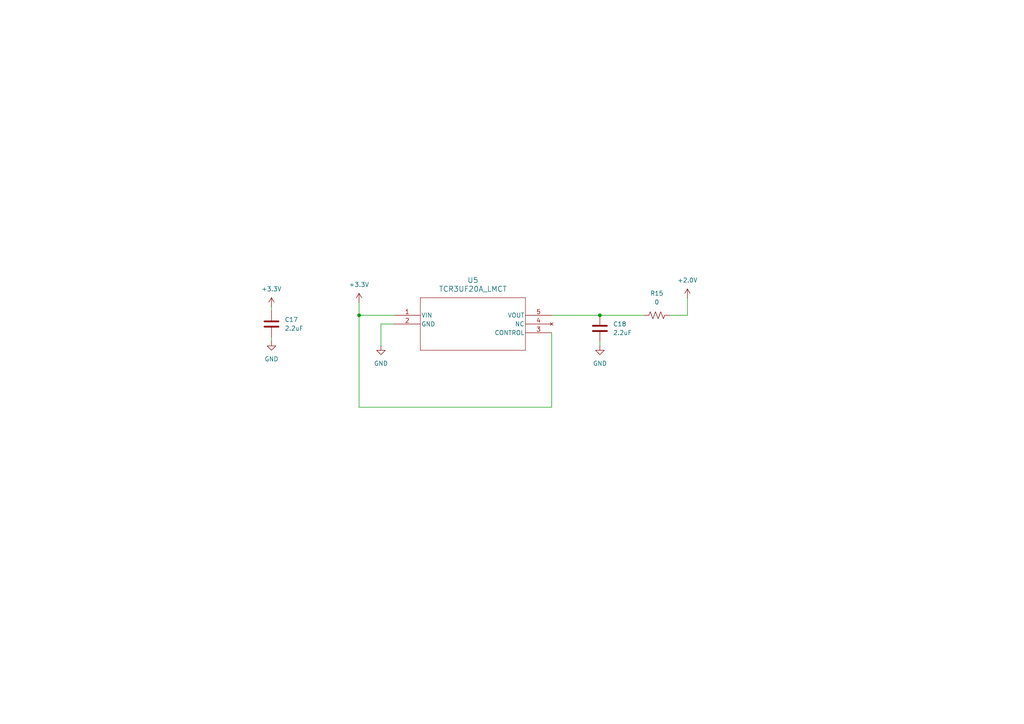
<source format=kicad_sch>
(kicad_sch (version 20250114) (generator "eeschema") (generator_version "9.0")
  (paper "A4")
  (lib_symbols
    (symbol "Device:C" (pin_numbers (hide yes)) (pin_names (offset 0.254))
      (property "Reference" "C" (at 0.635 2.54 0))
      (property "Value" "C" (at 0.635 -2.54 0))
      (symbol "C_0_1"
        (polyline (pts (xy -2.032 0.762) (xy 2.032 0.762)) (stroke (width 0.508)))
        (polyline (pts (xy -2.032 -0.762) (xy 2.032 -0.762)) (stroke (width 0.508)))
      )
      (symbol "C_1_1"
        (pin passive line (at 0 3.81 270) (length 2.794) (name "~") (number "1"))
        (pin passive line (at 0 -3.81 90) (length 2.794) (name "~") (number "2"))
      )
    )
    (symbol "Device:R_US" (pin_numbers (hide yes)) (pin_names (offset 0))
      (property "Reference" "R" (at 2.54 0 90))
      (property "Value" "R_US" (at -2.54 0 90))
      (symbol "R_US_0_1"
        (polyline (pts (xy 0 2.286) (xy 0 2.54)))
        (polyline (pts (xy 0 2.286) (xy 1.016 1.905) (xy 0 1.524) (xy -1.016 1.143) (xy 0 0.762)))
        (polyline (pts (xy 0 0.762) (xy 1.016 0.381) (xy 0 0) (xy -1.016 -0.381) (xy 0 -0.762)))
        (polyline (pts (xy 0 -0.762) (xy 1.016 -1.143) (xy 0 -1.524) (xy -1.016 -1.905) (xy 0 -2.286)))
        (polyline (pts (xy 0 -2.286) (xy 0 -2.54)))
      )
      (symbol "R_US_1_1"
        (pin passive line (at 0 3.81 270) (length 1.27) (name "~") (number "1"))
        (pin passive line (at 0 -3.81 90) (length 1.27) (name "~") (number "2"))
      )
    )
    (symbol "TCR3UF20A_LM_CT:TCR3UF20A_LMCT" (pin_names (offset 0.254))
      (property "Reference" "U" (at 22.86 10.16 0))
      (property "Value" "TCR3UF20A_LMCT" (at 22.86 7.62 0))
      (symbol "TCR3UF20A_LMCT_0_1"
        (polyline (pts (xy 7.62 5.08) (xy 7.62 -10.16)) (stroke (width 0.127)))
        (polyline (pts (xy 7.62 -10.16) (xy 38.1 -10.16)) (stroke (width 0.127)))
        (polyline (pts (xy 38.1 5.08) (xy 7.62 5.08)) (stroke (width 0.127)))
        (polyline (pts (xy 38.1 -10.16) (xy 38.1 5.08)) (stroke (width 0.127)))
        (pin power_in line (at 0 0 0) (length 7.62) (name "VIN") (number "1"))
        (pin power_out line (at 0 -2.54 0) (length 7.62) (name "GND") (number "2"))
        (pin output line (at 45.72 0 180) (length 7.62) (name "VOUT") (number "5"))
        (pin no_connect line (at 45.72 -2.54 180) (length 7.62) (name "NC") (number "4"))
        (pin input line (at 45.72 -5.08 180) (length 7.62) (name "CONTROL") (number "3"))
      )
    )
    (symbol "power:+2V5" (power) (pin_numbers (hide yes)) (pin_names (offset 0) (hide yes))
      (property "Value" "+2V5" (at 0 3.556 0))
      (symbol "+2V5_0_1"
        (polyline (pts (xy -0.762 1.27) (xy 0 2.54)))
        (polyline (pts (xy 0 2.54) (xy 0.762 1.27)))
        (polyline (pts (xy 0 0) (xy 0 2.54)))
      )
      (symbol "+2V5_1_1"
        (pin power_in line (at 0 0 90) (length 0) (name "~") (number "1"))
      )
    )
    (symbol "power:+3.3V" (power) (pin_numbers (hide yes)) (pin_names (offset 0) (hide yes))
      (property "Value" "+3.3V" (at 0 3.556 0))
      (symbol "+3.3V_0_1"
        (polyline (pts (xy -0.762 1.27) (xy 0 2.54)))
        (polyline (pts (xy 0 2.54) (xy 0.762 1.27)))
        (polyline (pts (xy 0 0) (xy 0 2.54)))
      )
      (symbol "+3.3V_1_1"
        (pin power_in line (at 0 0 90) (length 0) (name "~") (number "1"))
      )
    )
    (symbol "power:GND" (power) (pin_numbers (hide yes)) (pin_names (offset 0) (hide yes))
      (property "Value" "GND" (at 0 -3.81 0))
      (symbol "GND_0_1"
        (polyline (pts (xy 0 0) (xy 0 -1.27) (xy 1.27 -1.27) (xy 0 -2.54) (xy -1.27 -1.27) (xy 0 -1.27)))
      )
      (symbol "GND_1_1"
        (pin power_in line (at 0 0 270) (length 0) (name "~") (number "1"))
      )
    )
  )
  (junction (at 104.14 91.44))
  (junction (at 173.99 91.44))
  (wire (pts (xy 160.02 91.44) (xy 173.99 91.44)))
  (wire (pts (xy 173.99 99.06) (xy 173.99 100.33)))
  (wire (pts (xy 110.49 93.98) (xy 114.3 93.98)))
  (wire (pts (xy 173.99 91.44) (xy 186.69 91.44)))
  (wire (pts (xy 160.02 96.52) (xy 160.02 118.11)))
  (wire (pts (xy 110.49 100.33) (xy 110.49 93.98)))
  (wire (pts (xy 104.14 91.44) (xy 114.3 91.44)))
  (wire (pts (xy 160.02 118.11) (xy 104.14 118.11)))
  (wire (pts (xy 104.14 118.11) (xy 104.14 91.44)))
  (wire (pts (xy 78.74 97.79) (xy 78.74 99.06)))
  (wire (pts (xy 199.39 86.36) (xy 199.39 91.44)))
  (wire (pts (xy 199.39 91.44) (xy 194.31 91.44)))
  (wire (pts (xy 104.14 87.63) (xy 104.14 91.44)))
  (wire (pts (xy 78.74 88.9) (xy 78.74 90.17)))
  (symbol (lib_id "power:GND") (at 110.49 100.33 0) (unit 1)
    (property "Reference" "#PWR061" (effects (hide yes)))
    (property "Value" "GND" (at 110.49 105.41 0))
    (property "Description" "Power symbol creates a global label with name \"GND\" , ground" (effects (hide yes)))
  )
  (symbol (lib_id "Device:C") (at 78.74 93.98 0) (unit 1)
    (property "Reference" "C17" (at 82.55 92.7099 0) (effects (justify left)))
    (property "Value" "2.2uF" (at 82.55 95.2499 0) (effects (justify left)))
    (property "Footprint" "Capacitor_SMD:C_0402_1005Metric_Pad0.74x0.62mm_HandSolder" (effects (hide yes)))
    (property "Description" "Unpolarized capacitor" (effects (hide yes)))
  )
  (symbol (lib_id "power:+3.3V") (at 78.74 88.9 0) (unit 1)
    (property "Reference" "#PWR058" (effects (hide yes)))
    (property "Value" "+3.3V" (at 78.74 83.82 0))
    (property "Description" "Power symbol creates a global label with name \"+3.3V\"" (effects (hide yes)))
  )
  (symbol (lib_id "power:GND") (at 78.74 99.06 0) (unit 1)
    (property "Reference" "#PWR059" (effects (hide yes)))
    (property "Value" "GND" (at 78.74 104.14 0))
    (property "Description" "Power symbol creates a global label with name \"GND\" , ground" (effects (hide yes)))
  )
  (symbol (lib_id "TCR3UF20A_LM_CT:TCR3UF20A_LMCT") (at 114.3 91.44 0) (unit 1)
    (property "Reference" "U5" (at 137.16 81.28 0) (effects (font (size 1.524 1.524))))
    (property "Value" "TCR3UF20A_LMCT" (at 137.16 83.82 0) (effects (font (size 1.524 1.524))))
    (property "Footprint" "TCR3UF20A_LM_CT:QFN2x2x1p6_MPM3811_MNP" (effects (hide yes)))
    (property "Datasheet" "TCR3UF20A_LMCT" (effects (hide yes)))
  )
  (symbol (lib_id "Device:C") (at 173.99 95.25 0) (unit 1)
    (property "Reference" "C18" (at 177.8 93.9799 0) (effects (justify left)))
    (property "Value" "2.2uF" (at 177.8 96.5199 0) (effects (justify left)))
    (property "Footprint" "Capacitor_SMD:C_0402_1005Metric_Pad0.74x0.62mm_HandSolder" (effects (hide yes)))
    (property "Description" "Unpolarized capacitor" (effects (hide yes)))
  )
  (symbol (lib_id "Device:R_US") (at 190.5 91.44 90) (unit 1)
    (property "Reference" "R15" (at 190.5 85.09 90))
    (property "Value" "0" (at 190.5 87.63 90))
    (property "Footprint" "Resistor_SMD:R_0402_1005Metric_Pad0.72x0.64mm_HandSolder" (effects (hide yes)))
    (property "Description" "Resistor, US symbol" (effects (hide yes)))
  )
  (symbol (lib_id "power:+3.3V") (at 104.14 87.63 0) (unit 1)
    (property "Reference" "#PWR060" (effects (hide yes)))
    (property "Value" "+3.3V" (at 104.14 82.55 0))
    (property "Description" "Power symbol creates a global label with name \"+3.3V\"" (effects (hide yes)))
  )
  (symbol (lib_id "power:+2V5") (at 199.39 86.36 0) (unit 1)
    (property "Reference" "#PWR062" (effects (hide yes)))
    (property "Value" "+2.0V" (at 199.39 81.28 0))
    (property "Description" "Power symbol creates a global label with name \"+2V5\"" (effects (hide yes)))
  )
  (symbol (lib_id "power:GND") (at 173.99 100.33 0) (unit 1)
    (property "Reference" "#PWR063" (effects (hide yes)))
    (property "Value" "GND" (at 173.99 105.41 0))
    (property "Description" "Power symbol creates a global label with name \"GND\" , ground" (effects (hide yes)))
  )
)
</source>
